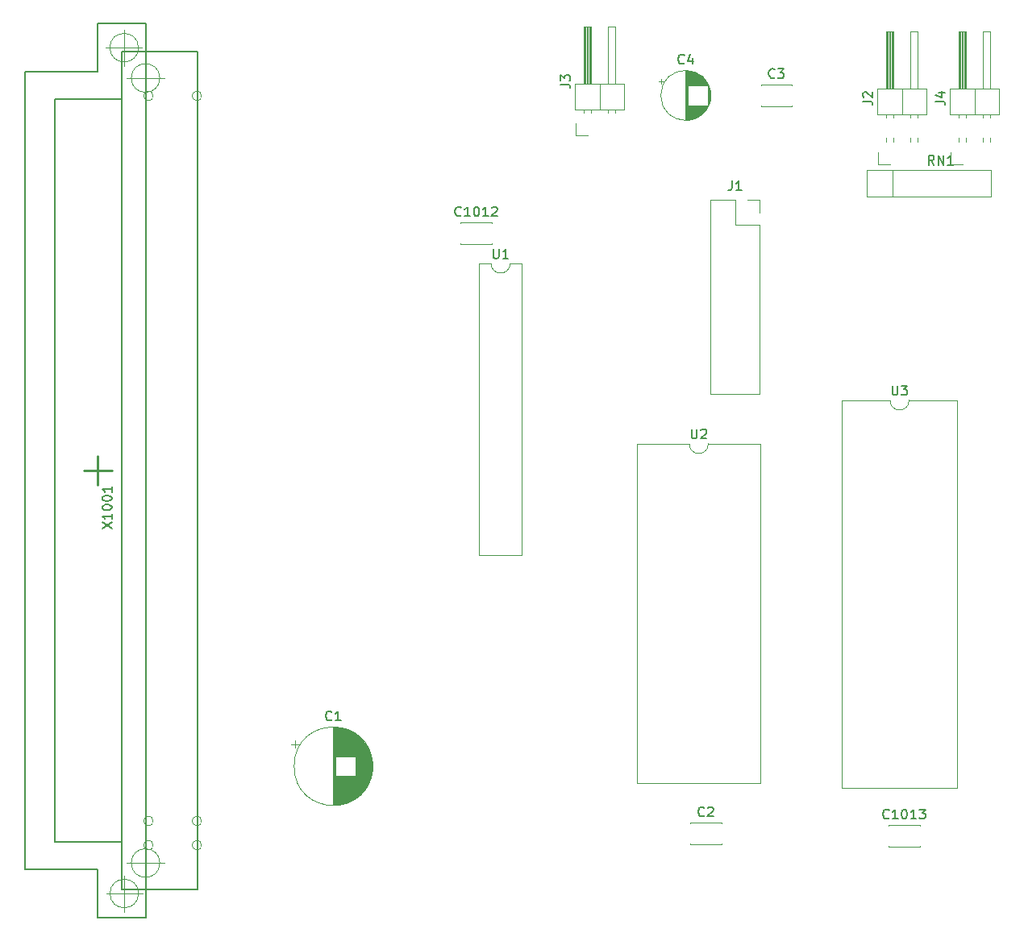
<source format=gbr>
%TF.GenerationSoftware,KiCad,Pcbnew,(5.1.10)-1*%
%TF.CreationDate,2025-03-03T19:14:52+01:00*%
%TF.ProjectId,CH376,43483337-362e-46b6-9963-61645f706362,rev?*%
%TF.SameCoordinates,Original*%
%TF.FileFunction,Legend,Top*%
%TF.FilePolarity,Positive*%
%FSLAX46Y46*%
G04 Gerber Fmt 4.6, Leading zero omitted, Abs format (unit mm)*
G04 Created by KiCad (PCBNEW (5.1.10)-1) date 2025-03-03 19:14:52*
%MOMM*%
%LPD*%
G01*
G04 APERTURE LIST*
%ADD10C,0.120000*%
%ADD11C,0.250000*%
%ADD12C,0.100000*%
%ADD13C,0.200000*%
%ADD14C,0.150000*%
G04 APERTURE END LIST*
D10*
%TO.C,J1*%
X123698000Y-64964000D02*
X125028000Y-64964000D01*
X125028000Y-64964000D02*
X125028000Y-66294000D01*
X122428000Y-64964000D02*
X122428000Y-67564000D01*
X122428000Y-67564000D02*
X125028000Y-67564000D01*
X125028000Y-67564000D02*
X125028000Y-85404000D01*
X119828000Y-85404000D02*
X125028000Y-85404000D01*
X119828000Y-64964000D02*
X119828000Y-85404000D01*
X119828000Y-64964000D02*
X122428000Y-64964000D01*
%TO.C,RN1*%
X136228000Y-61846000D02*
X136228000Y-64646000D01*
X136228000Y-64646000D02*
X149268000Y-64646000D01*
X149268000Y-64646000D02*
X149268000Y-61846000D01*
X149268000Y-61846000D02*
X136228000Y-61846000D01*
X138938000Y-61846000D02*
X138938000Y-64646000D01*
%TO.C,U2*%
X117618000Y-90618000D02*
X112158000Y-90618000D01*
X112158000Y-90618000D02*
X112158000Y-126298000D01*
X112158000Y-126298000D02*
X125078000Y-126298000D01*
X125078000Y-126298000D02*
X125078000Y-90618000D01*
X125078000Y-90618000D02*
X119618000Y-90618000D01*
X119618000Y-90618000D02*
G75*
G02*
X117618000Y-90618000I-1000000J0D01*
G01*
%TO.C,J4*%
X144974000Y-55964000D02*
X150174000Y-55964000D01*
X150174000Y-55964000D02*
X150174000Y-53304000D01*
X150174000Y-53304000D02*
X144974000Y-53304000D01*
X144974000Y-53304000D02*
X144974000Y-55964000D01*
X145924000Y-53304000D02*
X145924000Y-47304000D01*
X145924000Y-47304000D02*
X146684000Y-47304000D01*
X146684000Y-47304000D02*
X146684000Y-53304000D01*
X145984000Y-53304000D02*
X145984000Y-47304000D01*
X146104000Y-53304000D02*
X146104000Y-47304000D01*
X146224000Y-53304000D02*
X146224000Y-47304000D01*
X146344000Y-53304000D02*
X146344000Y-47304000D01*
X146464000Y-53304000D02*
X146464000Y-47304000D01*
X146584000Y-53304000D02*
X146584000Y-47304000D01*
X145924000Y-56361071D02*
X145924000Y-55964000D01*
X146684000Y-56361071D02*
X146684000Y-55964000D01*
X145924000Y-58834000D02*
X145924000Y-58446929D01*
X146684000Y-58834000D02*
X146684000Y-58446929D01*
X147574000Y-55964000D02*
X147574000Y-53304000D01*
X148464000Y-53304000D02*
X148464000Y-47304000D01*
X148464000Y-47304000D02*
X149224000Y-47304000D01*
X149224000Y-47304000D02*
X149224000Y-53304000D01*
X148464000Y-56361071D02*
X148464000Y-55964000D01*
X149224000Y-56361071D02*
X149224000Y-55964000D01*
X148464000Y-58901071D02*
X148464000Y-58446929D01*
X149224000Y-58901071D02*
X149224000Y-58446929D01*
X146304000Y-61214000D02*
X145034000Y-61214000D01*
X145034000Y-61214000D02*
X145034000Y-59944000D01*
%TO.C,J3*%
X105664000Y-58166000D02*
X105664000Y-56896000D01*
X106934000Y-58166000D02*
X105664000Y-58166000D01*
X109854000Y-55853071D02*
X109854000Y-55456000D01*
X109094000Y-55853071D02*
X109094000Y-55456000D01*
X109854000Y-46796000D02*
X109854000Y-52796000D01*
X109094000Y-46796000D02*
X109854000Y-46796000D01*
X109094000Y-52796000D02*
X109094000Y-46796000D01*
X108204000Y-55456000D02*
X108204000Y-52796000D01*
X107314000Y-55786000D02*
X107314000Y-55456000D01*
X106554000Y-55786000D02*
X106554000Y-55456000D01*
X107214000Y-52796000D02*
X107214000Y-46796000D01*
X107094000Y-52796000D02*
X107094000Y-46796000D01*
X106974000Y-52796000D02*
X106974000Y-46796000D01*
X106854000Y-52796000D02*
X106854000Y-46796000D01*
X106734000Y-52796000D02*
X106734000Y-46796000D01*
X106614000Y-52796000D02*
X106614000Y-46796000D01*
X107314000Y-46796000D02*
X107314000Y-52796000D01*
X106554000Y-46796000D02*
X107314000Y-46796000D01*
X106554000Y-52796000D02*
X106554000Y-46796000D01*
X105604000Y-52796000D02*
X105604000Y-55456000D01*
X110804000Y-52796000D02*
X105604000Y-52796000D01*
X110804000Y-55456000D02*
X110804000Y-52796000D01*
X105604000Y-55456000D02*
X110804000Y-55456000D01*
%TO.C,J2*%
X137414000Y-61214000D02*
X137414000Y-59944000D01*
X138684000Y-61214000D02*
X137414000Y-61214000D01*
X141604000Y-58901071D02*
X141604000Y-58446929D01*
X140844000Y-58901071D02*
X140844000Y-58446929D01*
X141604000Y-56361071D02*
X141604000Y-55964000D01*
X140844000Y-56361071D02*
X140844000Y-55964000D01*
X141604000Y-47304000D02*
X141604000Y-53304000D01*
X140844000Y-47304000D02*
X141604000Y-47304000D01*
X140844000Y-53304000D02*
X140844000Y-47304000D01*
X139954000Y-55964000D02*
X139954000Y-53304000D01*
X139064000Y-58834000D02*
X139064000Y-58446929D01*
X138304000Y-58834000D02*
X138304000Y-58446929D01*
X139064000Y-56361071D02*
X139064000Y-55964000D01*
X138304000Y-56361071D02*
X138304000Y-55964000D01*
X138964000Y-53304000D02*
X138964000Y-47304000D01*
X138844000Y-53304000D02*
X138844000Y-47304000D01*
X138724000Y-53304000D02*
X138724000Y-47304000D01*
X138604000Y-53304000D02*
X138604000Y-47304000D01*
X138484000Y-53304000D02*
X138484000Y-47304000D01*
X138364000Y-53304000D02*
X138364000Y-47304000D01*
X139064000Y-47304000D02*
X139064000Y-53304000D01*
X138304000Y-47304000D02*
X139064000Y-47304000D01*
X138304000Y-53304000D02*
X138304000Y-47304000D01*
X137354000Y-53304000D02*
X137354000Y-55964000D01*
X142554000Y-53304000D02*
X137354000Y-53304000D01*
X142554000Y-55964000D02*
X142554000Y-53304000D01*
X137354000Y-55964000D02*
X142554000Y-55964000D01*
%TO.C,U3*%
X145760000Y-86046000D02*
X140700000Y-86046000D01*
X145760000Y-126806000D02*
X145760000Y-86046000D01*
X133640000Y-126806000D02*
X145760000Y-126806000D01*
X133640000Y-86046000D02*
X133640000Y-126806000D01*
X138700000Y-86046000D02*
X133640000Y-86046000D01*
X140700000Y-86046000D02*
G75*
G02*
X138700000Y-86046000I-1000000J0D01*
G01*
%TO.C,C4*%
X114695225Y-52275000D02*
X114695225Y-52775000D01*
X114445225Y-52525000D02*
X114945225Y-52525000D01*
X119851000Y-53716000D02*
X119851000Y-54284000D01*
X119811000Y-53482000D02*
X119811000Y-54518000D01*
X119771000Y-53323000D02*
X119771000Y-54677000D01*
X119731000Y-53195000D02*
X119731000Y-54805000D01*
X119691000Y-53085000D02*
X119691000Y-54915000D01*
X119651000Y-52989000D02*
X119651000Y-55011000D01*
X119611000Y-52902000D02*
X119611000Y-55098000D01*
X119571000Y-52822000D02*
X119571000Y-55178000D01*
X119531000Y-55040000D02*
X119531000Y-55251000D01*
X119531000Y-52749000D02*
X119531000Y-52960000D01*
X119491000Y-55040000D02*
X119491000Y-55319000D01*
X119491000Y-52681000D02*
X119491000Y-52960000D01*
X119451000Y-55040000D02*
X119451000Y-55383000D01*
X119451000Y-52617000D02*
X119451000Y-52960000D01*
X119411000Y-55040000D02*
X119411000Y-55443000D01*
X119411000Y-52557000D02*
X119411000Y-52960000D01*
X119371000Y-55040000D02*
X119371000Y-55500000D01*
X119371000Y-52500000D02*
X119371000Y-52960000D01*
X119331000Y-55040000D02*
X119331000Y-55554000D01*
X119331000Y-52446000D02*
X119331000Y-52960000D01*
X119291000Y-55040000D02*
X119291000Y-55605000D01*
X119291000Y-52395000D02*
X119291000Y-52960000D01*
X119251000Y-55040000D02*
X119251000Y-55653000D01*
X119251000Y-52347000D02*
X119251000Y-52960000D01*
X119211000Y-55040000D02*
X119211000Y-55699000D01*
X119211000Y-52301000D02*
X119211000Y-52960000D01*
X119171000Y-55040000D02*
X119171000Y-55743000D01*
X119171000Y-52257000D02*
X119171000Y-52960000D01*
X119131000Y-55040000D02*
X119131000Y-55785000D01*
X119131000Y-52215000D02*
X119131000Y-52960000D01*
X119091000Y-55040000D02*
X119091000Y-55826000D01*
X119091000Y-52174000D02*
X119091000Y-52960000D01*
X119051000Y-55040000D02*
X119051000Y-55864000D01*
X119051000Y-52136000D02*
X119051000Y-52960000D01*
X119011000Y-55040000D02*
X119011000Y-55901000D01*
X119011000Y-52099000D02*
X119011000Y-52960000D01*
X118971000Y-55040000D02*
X118971000Y-55937000D01*
X118971000Y-52063000D02*
X118971000Y-52960000D01*
X118931000Y-55040000D02*
X118931000Y-55971000D01*
X118931000Y-52029000D02*
X118931000Y-52960000D01*
X118891000Y-55040000D02*
X118891000Y-56004000D01*
X118891000Y-51996000D02*
X118891000Y-52960000D01*
X118851000Y-55040000D02*
X118851000Y-56035000D01*
X118851000Y-51965000D02*
X118851000Y-52960000D01*
X118811000Y-55040000D02*
X118811000Y-56065000D01*
X118811000Y-51935000D02*
X118811000Y-52960000D01*
X118771000Y-55040000D02*
X118771000Y-56095000D01*
X118771000Y-51905000D02*
X118771000Y-52960000D01*
X118731000Y-55040000D02*
X118731000Y-56122000D01*
X118731000Y-51878000D02*
X118731000Y-52960000D01*
X118691000Y-55040000D02*
X118691000Y-56149000D01*
X118691000Y-51851000D02*
X118691000Y-52960000D01*
X118651000Y-55040000D02*
X118651000Y-56175000D01*
X118651000Y-51825000D02*
X118651000Y-52960000D01*
X118611000Y-55040000D02*
X118611000Y-56200000D01*
X118611000Y-51800000D02*
X118611000Y-52960000D01*
X118571000Y-55040000D02*
X118571000Y-56224000D01*
X118571000Y-51776000D02*
X118571000Y-52960000D01*
X118531000Y-55040000D02*
X118531000Y-56247000D01*
X118531000Y-51753000D02*
X118531000Y-52960000D01*
X118491000Y-55040000D02*
X118491000Y-56268000D01*
X118491000Y-51732000D02*
X118491000Y-52960000D01*
X118451000Y-55040000D02*
X118451000Y-56290000D01*
X118451000Y-51710000D02*
X118451000Y-52960000D01*
X118411000Y-55040000D02*
X118411000Y-56310000D01*
X118411000Y-51690000D02*
X118411000Y-52960000D01*
X118371000Y-55040000D02*
X118371000Y-56329000D01*
X118371000Y-51671000D02*
X118371000Y-52960000D01*
X118331000Y-55040000D02*
X118331000Y-56348000D01*
X118331000Y-51652000D02*
X118331000Y-52960000D01*
X118291000Y-55040000D02*
X118291000Y-56365000D01*
X118291000Y-51635000D02*
X118291000Y-52960000D01*
X118251000Y-55040000D02*
X118251000Y-56382000D01*
X118251000Y-51618000D02*
X118251000Y-52960000D01*
X118211000Y-55040000D02*
X118211000Y-56398000D01*
X118211000Y-51602000D02*
X118211000Y-52960000D01*
X118171000Y-55040000D02*
X118171000Y-56414000D01*
X118171000Y-51586000D02*
X118171000Y-52960000D01*
X118131000Y-55040000D02*
X118131000Y-56428000D01*
X118131000Y-51572000D02*
X118131000Y-52960000D01*
X118091000Y-55040000D02*
X118091000Y-56442000D01*
X118091000Y-51558000D02*
X118091000Y-52960000D01*
X118051000Y-55040000D02*
X118051000Y-56455000D01*
X118051000Y-51545000D02*
X118051000Y-52960000D01*
X118011000Y-55040000D02*
X118011000Y-56468000D01*
X118011000Y-51532000D02*
X118011000Y-52960000D01*
X117971000Y-55040000D02*
X117971000Y-56480000D01*
X117971000Y-51520000D02*
X117971000Y-52960000D01*
X117930000Y-55040000D02*
X117930000Y-56491000D01*
X117930000Y-51509000D02*
X117930000Y-52960000D01*
X117890000Y-55040000D02*
X117890000Y-56501000D01*
X117890000Y-51499000D02*
X117890000Y-52960000D01*
X117850000Y-55040000D02*
X117850000Y-56511000D01*
X117850000Y-51489000D02*
X117850000Y-52960000D01*
X117810000Y-55040000D02*
X117810000Y-56520000D01*
X117810000Y-51480000D02*
X117810000Y-52960000D01*
X117770000Y-55040000D02*
X117770000Y-56528000D01*
X117770000Y-51472000D02*
X117770000Y-52960000D01*
X117730000Y-55040000D02*
X117730000Y-56536000D01*
X117730000Y-51464000D02*
X117730000Y-52960000D01*
X117690000Y-55040000D02*
X117690000Y-56543000D01*
X117690000Y-51457000D02*
X117690000Y-52960000D01*
X117650000Y-55040000D02*
X117650000Y-56550000D01*
X117650000Y-51450000D02*
X117650000Y-52960000D01*
X117610000Y-55040000D02*
X117610000Y-56556000D01*
X117610000Y-51444000D02*
X117610000Y-52960000D01*
X117570000Y-55040000D02*
X117570000Y-56561000D01*
X117570000Y-51439000D02*
X117570000Y-52960000D01*
X117530000Y-55040000D02*
X117530000Y-56565000D01*
X117530000Y-51435000D02*
X117530000Y-52960000D01*
X117490000Y-55040000D02*
X117490000Y-56569000D01*
X117490000Y-51431000D02*
X117490000Y-52960000D01*
X117450000Y-51427000D02*
X117450000Y-56573000D01*
X117410000Y-51424000D02*
X117410000Y-56576000D01*
X117370000Y-51422000D02*
X117370000Y-56578000D01*
X117330000Y-51421000D02*
X117330000Y-56579000D01*
X117290000Y-51420000D02*
X117290000Y-56580000D01*
X117250000Y-51420000D02*
X117250000Y-56580000D01*
X119870000Y-54000000D02*
G75*
G03*
X119870000Y-54000000I-2620000J0D01*
G01*
%TO.C,C3*%
X128370000Y-55055000D02*
X128370000Y-55120000D01*
X128370000Y-52880000D02*
X128370000Y-52945000D01*
X125130000Y-55055000D02*
X125130000Y-55120000D01*
X125130000Y-52880000D02*
X125130000Y-52945000D01*
X125130000Y-55120000D02*
X128370000Y-55120000D01*
X125130000Y-52880000D02*
X128370000Y-52880000D01*
%TO.C,C2*%
X120980000Y-132627000D02*
X120980000Y-132692000D01*
X120980000Y-130452000D02*
X120980000Y-130517000D01*
X117740000Y-132627000D02*
X117740000Y-132692000D01*
X117740000Y-130452000D02*
X117740000Y-130517000D01*
X117740000Y-132692000D02*
X120980000Y-132692000D01*
X117740000Y-130452000D02*
X120980000Y-130452000D01*
%TO.C,C1*%
X76240302Y-121785000D02*
X76240302Y-122585000D01*
X75840302Y-122185000D02*
X76640302Y-122185000D01*
X84331000Y-123967000D02*
X84331000Y-125033000D01*
X84291000Y-123732000D02*
X84291000Y-125268000D01*
X84251000Y-123552000D02*
X84251000Y-125448000D01*
X84211000Y-123402000D02*
X84211000Y-125598000D01*
X84171000Y-123271000D02*
X84171000Y-125729000D01*
X84131000Y-123154000D02*
X84131000Y-125846000D01*
X84091000Y-123047000D02*
X84091000Y-125953000D01*
X84051000Y-122948000D02*
X84051000Y-126052000D01*
X84011000Y-122855000D02*
X84011000Y-126145000D01*
X83971000Y-122769000D02*
X83971000Y-126231000D01*
X83931000Y-122687000D02*
X83931000Y-126313000D01*
X83891000Y-122610000D02*
X83891000Y-126390000D01*
X83851000Y-122536000D02*
X83851000Y-126464000D01*
X83811000Y-122466000D02*
X83811000Y-126534000D01*
X83771000Y-122398000D02*
X83771000Y-126602000D01*
X83731000Y-122334000D02*
X83731000Y-126666000D01*
X83691000Y-122272000D02*
X83691000Y-126728000D01*
X83651000Y-122213000D02*
X83651000Y-126787000D01*
X83611000Y-122155000D02*
X83611000Y-126845000D01*
X83571000Y-122100000D02*
X83571000Y-126900000D01*
X83531000Y-122046000D02*
X83531000Y-126954000D01*
X83491000Y-121995000D02*
X83491000Y-127005000D01*
X83451000Y-121944000D02*
X83451000Y-127056000D01*
X83411000Y-121896000D02*
X83411000Y-127104000D01*
X83371000Y-121849000D02*
X83371000Y-127151000D01*
X83331000Y-121803000D02*
X83331000Y-127197000D01*
X83291000Y-121759000D02*
X83291000Y-127241000D01*
X83251000Y-121716000D02*
X83251000Y-127284000D01*
X83211000Y-121674000D02*
X83211000Y-127326000D01*
X83171000Y-121633000D02*
X83171000Y-127367000D01*
X83131000Y-121593000D02*
X83131000Y-127407000D01*
X83091000Y-121555000D02*
X83091000Y-127445000D01*
X83051000Y-121517000D02*
X83051000Y-127483000D01*
X83011000Y-121481000D02*
X83011000Y-127519000D01*
X82971000Y-121445000D02*
X82971000Y-127555000D01*
X82931000Y-121410000D02*
X82931000Y-127590000D01*
X82891000Y-121376000D02*
X82891000Y-127624000D01*
X82851000Y-121344000D02*
X82851000Y-127656000D01*
X82811000Y-121311000D02*
X82811000Y-127689000D01*
X82771000Y-121280000D02*
X82771000Y-127720000D01*
X82731000Y-121250000D02*
X82731000Y-127750000D01*
X82691000Y-121220000D02*
X82691000Y-127780000D01*
X82651000Y-121191000D02*
X82651000Y-127809000D01*
X82611000Y-121162000D02*
X82611000Y-127838000D01*
X82571000Y-121135000D02*
X82571000Y-127865000D01*
X82531000Y-125540000D02*
X82531000Y-127892000D01*
X82531000Y-121108000D02*
X82531000Y-123460000D01*
X82491000Y-125540000D02*
X82491000Y-127918000D01*
X82491000Y-121082000D02*
X82491000Y-123460000D01*
X82451000Y-125540000D02*
X82451000Y-127944000D01*
X82451000Y-121056000D02*
X82451000Y-123460000D01*
X82411000Y-125540000D02*
X82411000Y-127969000D01*
X82411000Y-121031000D02*
X82411000Y-123460000D01*
X82371000Y-125540000D02*
X82371000Y-127993000D01*
X82371000Y-121007000D02*
X82371000Y-123460000D01*
X82331000Y-125540000D02*
X82331000Y-128017000D01*
X82331000Y-120983000D02*
X82331000Y-123460000D01*
X82291000Y-125540000D02*
X82291000Y-128040000D01*
X82291000Y-120960000D02*
X82291000Y-123460000D01*
X82251000Y-125540000D02*
X82251000Y-128062000D01*
X82251000Y-120938000D02*
X82251000Y-123460000D01*
X82211000Y-125540000D02*
X82211000Y-128084000D01*
X82211000Y-120916000D02*
X82211000Y-123460000D01*
X82171000Y-125540000D02*
X82171000Y-128106000D01*
X82171000Y-120894000D02*
X82171000Y-123460000D01*
X82131000Y-125540000D02*
X82131000Y-128127000D01*
X82131000Y-120873000D02*
X82131000Y-123460000D01*
X82091000Y-125540000D02*
X82091000Y-128147000D01*
X82091000Y-120853000D02*
X82091000Y-123460000D01*
X82051000Y-125540000D02*
X82051000Y-128166000D01*
X82051000Y-120834000D02*
X82051000Y-123460000D01*
X82011000Y-125540000D02*
X82011000Y-128186000D01*
X82011000Y-120814000D02*
X82011000Y-123460000D01*
X81971000Y-125540000D02*
X81971000Y-128204000D01*
X81971000Y-120796000D02*
X81971000Y-123460000D01*
X81931000Y-125540000D02*
X81931000Y-128222000D01*
X81931000Y-120778000D02*
X81931000Y-123460000D01*
X81891000Y-125540000D02*
X81891000Y-128240000D01*
X81891000Y-120760000D02*
X81891000Y-123460000D01*
X81851000Y-125540000D02*
X81851000Y-128257000D01*
X81851000Y-120743000D02*
X81851000Y-123460000D01*
X81811000Y-125540000D02*
X81811000Y-128274000D01*
X81811000Y-120726000D02*
X81811000Y-123460000D01*
X81771000Y-125540000D02*
X81771000Y-128290000D01*
X81771000Y-120710000D02*
X81771000Y-123460000D01*
X81731000Y-125540000D02*
X81731000Y-128305000D01*
X81731000Y-120695000D02*
X81731000Y-123460000D01*
X81691000Y-125540000D02*
X81691000Y-128321000D01*
X81691000Y-120679000D02*
X81691000Y-123460000D01*
X81651000Y-125540000D02*
X81651000Y-128335000D01*
X81651000Y-120665000D02*
X81651000Y-123460000D01*
X81611000Y-125540000D02*
X81611000Y-128350000D01*
X81611000Y-120650000D02*
X81611000Y-123460000D01*
X81571000Y-125540000D02*
X81571000Y-128363000D01*
X81571000Y-120637000D02*
X81571000Y-123460000D01*
X81531000Y-125540000D02*
X81531000Y-128377000D01*
X81531000Y-120623000D02*
X81531000Y-123460000D01*
X81491000Y-125540000D02*
X81491000Y-128389000D01*
X81491000Y-120611000D02*
X81491000Y-123460000D01*
X81451000Y-125540000D02*
X81451000Y-128402000D01*
X81451000Y-120598000D02*
X81451000Y-123460000D01*
X81411000Y-125540000D02*
X81411000Y-128414000D01*
X81411000Y-120586000D02*
X81411000Y-123460000D01*
X81371000Y-125540000D02*
X81371000Y-128425000D01*
X81371000Y-120575000D02*
X81371000Y-123460000D01*
X81331000Y-125540000D02*
X81331000Y-128436000D01*
X81331000Y-120564000D02*
X81331000Y-123460000D01*
X81291000Y-125540000D02*
X81291000Y-128447000D01*
X81291000Y-120553000D02*
X81291000Y-123460000D01*
X81251000Y-125540000D02*
X81251000Y-128457000D01*
X81251000Y-120543000D02*
X81251000Y-123460000D01*
X81211000Y-125540000D02*
X81211000Y-128467000D01*
X81211000Y-120533000D02*
X81211000Y-123460000D01*
X81171000Y-125540000D02*
X81171000Y-128476000D01*
X81171000Y-120524000D02*
X81171000Y-123460000D01*
X81131000Y-125540000D02*
X81131000Y-128485000D01*
X81131000Y-120515000D02*
X81131000Y-123460000D01*
X81091000Y-125540000D02*
X81091000Y-128494000D01*
X81091000Y-120506000D02*
X81091000Y-123460000D01*
X81051000Y-125540000D02*
X81051000Y-128502000D01*
X81051000Y-120498000D02*
X81051000Y-123460000D01*
X81011000Y-125540000D02*
X81011000Y-128510000D01*
X81011000Y-120490000D02*
X81011000Y-123460000D01*
X80971000Y-125540000D02*
X80971000Y-128517000D01*
X80971000Y-120483000D02*
X80971000Y-123460000D01*
X80930000Y-125540000D02*
X80930000Y-128524000D01*
X80930000Y-120476000D02*
X80930000Y-123460000D01*
X80890000Y-125540000D02*
X80890000Y-128530000D01*
X80890000Y-120470000D02*
X80890000Y-123460000D01*
X80850000Y-125540000D02*
X80850000Y-128537000D01*
X80850000Y-120463000D02*
X80850000Y-123460000D01*
X80810000Y-125540000D02*
X80810000Y-128542000D01*
X80810000Y-120458000D02*
X80810000Y-123460000D01*
X80770000Y-125540000D02*
X80770000Y-128548000D01*
X80770000Y-120452000D02*
X80770000Y-123460000D01*
X80730000Y-125540000D02*
X80730000Y-128552000D01*
X80730000Y-120448000D02*
X80730000Y-123460000D01*
X80690000Y-125540000D02*
X80690000Y-128557000D01*
X80690000Y-120443000D02*
X80690000Y-123460000D01*
X80650000Y-125540000D02*
X80650000Y-128561000D01*
X80650000Y-120439000D02*
X80650000Y-123460000D01*
X80610000Y-125540000D02*
X80610000Y-128565000D01*
X80610000Y-120435000D02*
X80610000Y-123460000D01*
X80570000Y-125540000D02*
X80570000Y-128568000D01*
X80570000Y-120432000D02*
X80570000Y-123460000D01*
X80530000Y-125540000D02*
X80530000Y-128571000D01*
X80530000Y-120429000D02*
X80530000Y-123460000D01*
X80490000Y-125540000D02*
X80490000Y-128574000D01*
X80490000Y-120426000D02*
X80490000Y-123460000D01*
X80450000Y-120424000D02*
X80450000Y-128576000D01*
X80410000Y-120423000D02*
X80410000Y-128577000D01*
X80370000Y-120421000D02*
X80370000Y-128579000D01*
X80330000Y-120420000D02*
X80330000Y-128580000D01*
X80290000Y-120420000D02*
X80290000Y-128580000D01*
X80250000Y-120420000D02*
X80250000Y-128580000D01*
X84370000Y-124500000D02*
G75*
G03*
X84370000Y-124500000I-4120000J0D01*
G01*
D11*
%TO.C,X1001*%
X55525000Y-91920000D02*
X55525000Y-94920000D01*
X57025000Y-93420000D02*
X54025000Y-93420000D01*
D12*
X60525000Y-132670000D02*
X60525000Y-136670000D01*
X62525000Y-134670000D02*
X58525000Y-134670000D01*
X62025000Y-134670000D02*
G75*
G03*
X62025000Y-134670000I-1500000J0D01*
G01*
X60525000Y-50170000D02*
X60525000Y-54170000D01*
X62525000Y-52170000D02*
X58525000Y-52170000D01*
X62025000Y-52170000D02*
G75*
G03*
X62025000Y-52170000I-1500000J0D01*
G01*
D13*
X51025000Y-54420000D02*
X58025000Y-54420000D01*
X51025000Y-132420000D02*
X51025000Y-54420000D01*
X58025000Y-132420000D02*
X51025000Y-132420000D01*
X66025000Y-137420000D02*
X58025000Y-137420000D01*
X66025000Y-49420000D02*
X66025000Y-137420000D01*
X58025000Y-49420000D02*
X66025000Y-49420000D01*
X58025000Y-49420000D02*
X58025000Y-137420000D01*
D12*
X66413600Y-132790000D02*
G75*
G03*
X66413600Y-132790000I-500000J0D01*
G01*
X66413600Y-130250000D02*
G75*
G03*
X66413600Y-130250000I-500000J0D01*
G01*
X66413600Y-54050000D02*
G75*
G03*
X66413600Y-54050000I-500000J0D01*
G01*
X61333600Y-132790000D02*
G75*
G03*
X61333600Y-132790000I-500000J0D01*
G01*
X61333600Y-130250000D02*
G75*
G03*
X61333600Y-130250000I-500000J0D01*
G01*
X61333600Y-54050000D02*
G75*
G03*
X61333600Y-54050000I-500000J0D01*
G01*
X59793600Y-137870000D02*
G75*
G03*
X59793600Y-137870000I-1500000J0D01*
G01*
X60198600Y-137870000D02*
X56388600Y-137870000D01*
X58293600Y-135965000D02*
X58293600Y-139775000D01*
X60185900Y-48982700D02*
X56375900Y-48982700D01*
X58280900Y-47077700D02*
X58280900Y-50887700D01*
X59780900Y-48982700D02*
G75*
G03*
X59780900Y-48982700I-1500000J0D01*
G01*
D13*
X60605000Y-46430000D02*
X55525000Y-46430000D01*
X55525000Y-51510000D02*
X47905000Y-51510000D01*
X55525000Y-46430000D02*
X55525000Y-51510000D01*
X55525000Y-140410000D02*
X60605000Y-140410000D01*
X55525000Y-135330000D02*
X55525000Y-140410000D01*
X47905000Y-135330000D02*
X55525000Y-135330000D01*
X47905000Y-51510000D02*
X47905000Y-135330000D01*
X60605000Y-140410000D02*
X60605000Y-46430000D01*
D10*
%TO.C,C1012*%
X93630000Y-67380000D02*
X96870000Y-67380000D01*
X93630000Y-69620000D02*
X96870000Y-69620000D01*
X93630000Y-67380000D02*
X93630000Y-67445000D01*
X93630000Y-69555000D02*
X93630000Y-69620000D01*
X96870000Y-67380000D02*
X96870000Y-67445000D01*
X96870000Y-69555000D02*
X96870000Y-69620000D01*
%TO.C,C1013*%
X141808000Y-132881000D02*
X141808000Y-132946000D01*
X141808000Y-130706000D02*
X141808000Y-130771000D01*
X138568000Y-132881000D02*
X138568000Y-132946000D01*
X138568000Y-130706000D02*
X138568000Y-130771000D01*
X138568000Y-132946000D02*
X141808000Y-132946000D01*
X138568000Y-130706000D02*
X141808000Y-130706000D01*
%TO.C,U1*%
X96810000Y-71670000D02*
X95560000Y-71670000D01*
X95560000Y-71670000D02*
X95560000Y-102270000D01*
X95560000Y-102270000D02*
X100060000Y-102270000D01*
X100060000Y-102270000D02*
X100060000Y-71670000D01*
X100060000Y-71670000D02*
X98810000Y-71670000D01*
X98810000Y-71670000D02*
G75*
G02*
X96810000Y-71670000I-1000000J0D01*
G01*
%TO.C,J1*%
D14*
X122094666Y-62976380D02*
X122094666Y-63690666D01*
X122047047Y-63833523D01*
X121951809Y-63928761D01*
X121808952Y-63976380D01*
X121713714Y-63976380D01*
X123094666Y-63976380D02*
X122523238Y-63976380D01*
X122808952Y-63976380D02*
X122808952Y-62976380D01*
X122713714Y-63119238D01*
X122618476Y-63214476D01*
X122523238Y-63262095D01*
%TO.C,RN1*%
X143327523Y-61298380D02*
X142994190Y-60822190D01*
X142756095Y-61298380D02*
X142756095Y-60298380D01*
X143137047Y-60298380D01*
X143232285Y-60346000D01*
X143279904Y-60393619D01*
X143327523Y-60488857D01*
X143327523Y-60631714D01*
X143279904Y-60726952D01*
X143232285Y-60774571D01*
X143137047Y-60822190D01*
X142756095Y-60822190D01*
X143756095Y-61298380D02*
X143756095Y-60298380D01*
X144327523Y-61298380D01*
X144327523Y-60298380D01*
X145327523Y-61298380D02*
X144756095Y-61298380D01*
X145041809Y-61298380D02*
X145041809Y-60298380D01*
X144946571Y-60441238D01*
X144851333Y-60536476D01*
X144756095Y-60584095D01*
%TO.C,U2*%
X117856095Y-89070380D02*
X117856095Y-89879904D01*
X117903714Y-89975142D01*
X117951333Y-90022761D01*
X118046571Y-90070380D01*
X118237047Y-90070380D01*
X118332285Y-90022761D01*
X118379904Y-89975142D01*
X118427523Y-89879904D01*
X118427523Y-89070380D01*
X118856095Y-89165619D02*
X118903714Y-89118000D01*
X118998952Y-89070380D01*
X119237047Y-89070380D01*
X119332285Y-89118000D01*
X119379904Y-89165619D01*
X119427523Y-89260857D01*
X119427523Y-89356095D01*
X119379904Y-89498952D01*
X118808476Y-90070380D01*
X119427523Y-90070380D01*
%TO.C,J4*%
X143486380Y-54622333D02*
X144200666Y-54622333D01*
X144343523Y-54669952D01*
X144438761Y-54765190D01*
X144486380Y-54908047D01*
X144486380Y-55003285D01*
X143819714Y-53717571D02*
X144486380Y-53717571D01*
X143438761Y-53955666D02*
X144153047Y-54193761D01*
X144153047Y-53574714D01*
%TO.C,J3*%
X104116380Y-52844333D02*
X104830666Y-52844333D01*
X104973523Y-52891952D01*
X105068761Y-52987190D01*
X105116380Y-53130047D01*
X105116380Y-53225285D01*
X104116380Y-52463380D02*
X104116380Y-51844333D01*
X104497333Y-52177666D01*
X104497333Y-52034809D01*
X104544952Y-51939571D01*
X104592571Y-51891952D01*
X104687809Y-51844333D01*
X104925904Y-51844333D01*
X105021142Y-51891952D01*
X105068761Y-51939571D01*
X105116380Y-52034809D01*
X105116380Y-52320523D01*
X105068761Y-52415761D01*
X105021142Y-52463380D01*
%TO.C,J2*%
X135866380Y-54622333D02*
X136580666Y-54622333D01*
X136723523Y-54669952D01*
X136818761Y-54765190D01*
X136866380Y-54908047D01*
X136866380Y-55003285D01*
X135961619Y-54193761D02*
X135914000Y-54146142D01*
X135866380Y-54050904D01*
X135866380Y-53812809D01*
X135914000Y-53717571D01*
X135961619Y-53669952D01*
X136056857Y-53622333D01*
X136152095Y-53622333D01*
X136294952Y-53669952D01*
X136866380Y-54241380D01*
X136866380Y-53622333D01*
%TO.C,U3*%
X138938095Y-84498380D02*
X138938095Y-85307904D01*
X138985714Y-85403142D01*
X139033333Y-85450761D01*
X139128571Y-85498380D01*
X139319047Y-85498380D01*
X139414285Y-85450761D01*
X139461904Y-85403142D01*
X139509523Y-85307904D01*
X139509523Y-84498380D01*
X139890476Y-84498380D02*
X140509523Y-84498380D01*
X140176190Y-84879333D01*
X140319047Y-84879333D01*
X140414285Y-84926952D01*
X140461904Y-84974571D01*
X140509523Y-85069809D01*
X140509523Y-85307904D01*
X140461904Y-85403142D01*
X140414285Y-85450761D01*
X140319047Y-85498380D01*
X140033333Y-85498380D01*
X139938095Y-85450761D01*
X139890476Y-85403142D01*
%TO.C,C4*%
X117083333Y-50607142D02*
X117035714Y-50654761D01*
X116892857Y-50702380D01*
X116797619Y-50702380D01*
X116654761Y-50654761D01*
X116559523Y-50559523D01*
X116511904Y-50464285D01*
X116464285Y-50273809D01*
X116464285Y-50130952D01*
X116511904Y-49940476D01*
X116559523Y-49845238D01*
X116654761Y-49750000D01*
X116797619Y-49702380D01*
X116892857Y-49702380D01*
X117035714Y-49750000D01*
X117083333Y-49797619D01*
X117940476Y-50035714D02*
X117940476Y-50702380D01*
X117702380Y-49654761D02*
X117464285Y-50369047D01*
X118083333Y-50369047D01*
%TO.C,C3*%
X126583333Y-52107142D02*
X126535714Y-52154761D01*
X126392857Y-52202380D01*
X126297619Y-52202380D01*
X126154761Y-52154761D01*
X126059523Y-52059523D01*
X126011904Y-51964285D01*
X125964285Y-51773809D01*
X125964285Y-51630952D01*
X126011904Y-51440476D01*
X126059523Y-51345238D01*
X126154761Y-51250000D01*
X126297619Y-51202380D01*
X126392857Y-51202380D01*
X126535714Y-51250000D01*
X126583333Y-51297619D01*
X126916666Y-51202380D02*
X127535714Y-51202380D01*
X127202380Y-51583333D01*
X127345238Y-51583333D01*
X127440476Y-51630952D01*
X127488095Y-51678571D01*
X127535714Y-51773809D01*
X127535714Y-52011904D01*
X127488095Y-52107142D01*
X127440476Y-52154761D01*
X127345238Y-52202380D01*
X127059523Y-52202380D01*
X126964285Y-52154761D01*
X126916666Y-52107142D01*
%TO.C,C2*%
X119193333Y-129679142D02*
X119145714Y-129726761D01*
X119002857Y-129774380D01*
X118907619Y-129774380D01*
X118764761Y-129726761D01*
X118669523Y-129631523D01*
X118621904Y-129536285D01*
X118574285Y-129345809D01*
X118574285Y-129202952D01*
X118621904Y-129012476D01*
X118669523Y-128917238D01*
X118764761Y-128822000D01*
X118907619Y-128774380D01*
X119002857Y-128774380D01*
X119145714Y-128822000D01*
X119193333Y-128869619D01*
X119574285Y-128869619D02*
X119621904Y-128822000D01*
X119717142Y-128774380D01*
X119955238Y-128774380D01*
X120050476Y-128822000D01*
X120098095Y-128869619D01*
X120145714Y-128964857D01*
X120145714Y-129060095D01*
X120098095Y-129202952D01*
X119526666Y-129774380D01*
X120145714Y-129774380D01*
%TO.C,C1*%
X80083333Y-119607142D02*
X80035714Y-119654761D01*
X79892857Y-119702380D01*
X79797619Y-119702380D01*
X79654761Y-119654761D01*
X79559523Y-119559523D01*
X79511904Y-119464285D01*
X79464285Y-119273809D01*
X79464285Y-119130952D01*
X79511904Y-118940476D01*
X79559523Y-118845238D01*
X79654761Y-118750000D01*
X79797619Y-118702380D01*
X79892857Y-118702380D01*
X80035714Y-118750000D01*
X80083333Y-118797619D01*
X81035714Y-119702380D02*
X80464285Y-119702380D01*
X80750000Y-119702380D02*
X80750000Y-118702380D01*
X80654761Y-118845238D01*
X80559523Y-118940476D01*
X80464285Y-118988095D01*
%TO.C,X1001*%
X55977380Y-99536547D02*
X56977380Y-98869880D01*
X55977380Y-98869880D02*
X56977380Y-99536547D01*
X56977380Y-97965119D02*
X56977380Y-98536547D01*
X56977380Y-98250833D02*
X55977380Y-98250833D01*
X56120238Y-98346071D01*
X56215476Y-98441309D01*
X56263095Y-98536547D01*
X55977380Y-97346071D02*
X55977380Y-97250833D01*
X56025000Y-97155595D01*
X56072619Y-97107976D01*
X56167857Y-97060357D01*
X56358333Y-97012738D01*
X56596428Y-97012738D01*
X56786904Y-97060357D01*
X56882142Y-97107976D01*
X56929761Y-97155595D01*
X56977380Y-97250833D01*
X56977380Y-97346071D01*
X56929761Y-97441309D01*
X56882142Y-97488928D01*
X56786904Y-97536547D01*
X56596428Y-97584166D01*
X56358333Y-97584166D01*
X56167857Y-97536547D01*
X56072619Y-97488928D01*
X56025000Y-97441309D01*
X55977380Y-97346071D01*
X55977380Y-96393690D02*
X55977380Y-96298452D01*
X56025000Y-96203214D01*
X56072619Y-96155595D01*
X56167857Y-96107976D01*
X56358333Y-96060357D01*
X56596428Y-96060357D01*
X56786904Y-96107976D01*
X56882142Y-96155595D01*
X56929761Y-96203214D01*
X56977380Y-96298452D01*
X56977380Y-96393690D01*
X56929761Y-96488928D01*
X56882142Y-96536547D01*
X56786904Y-96584166D01*
X56596428Y-96631785D01*
X56358333Y-96631785D01*
X56167857Y-96584166D01*
X56072619Y-96536547D01*
X56025000Y-96488928D01*
X55977380Y-96393690D01*
X56977380Y-95107976D02*
X56977380Y-95679404D01*
X56977380Y-95393690D02*
X55977380Y-95393690D01*
X56120238Y-95488928D01*
X56215476Y-95584166D01*
X56263095Y-95679404D01*
%TO.C,C1012*%
X93654761Y-66607142D02*
X93607142Y-66654761D01*
X93464285Y-66702380D01*
X93369047Y-66702380D01*
X93226190Y-66654761D01*
X93130952Y-66559523D01*
X93083333Y-66464285D01*
X93035714Y-66273809D01*
X93035714Y-66130952D01*
X93083333Y-65940476D01*
X93130952Y-65845238D01*
X93226190Y-65750000D01*
X93369047Y-65702380D01*
X93464285Y-65702380D01*
X93607142Y-65750000D01*
X93654761Y-65797619D01*
X94607142Y-66702380D02*
X94035714Y-66702380D01*
X94321428Y-66702380D02*
X94321428Y-65702380D01*
X94226190Y-65845238D01*
X94130952Y-65940476D01*
X94035714Y-65988095D01*
X95226190Y-65702380D02*
X95321428Y-65702380D01*
X95416666Y-65750000D01*
X95464285Y-65797619D01*
X95511904Y-65892857D01*
X95559523Y-66083333D01*
X95559523Y-66321428D01*
X95511904Y-66511904D01*
X95464285Y-66607142D01*
X95416666Y-66654761D01*
X95321428Y-66702380D01*
X95226190Y-66702380D01*
X95130952Y-66654761D01*
X95083333Y-66607142D01*
X95035714Y-66511904D01*
X94988095Y-66321428D01*
X94988095Y-66083333D01*
X95035714Y-65892857D01*
X95083333Y-65797619D01*
X95130952Y-65750000D01*
X95226190Y-65702380D01*
X96511904Y-66702380D02*
X95940476Y-66702380D01*
X96226190Y-66702380D02*
X96226190Y-65702380D01*
X96130952Y-65845238D01*
X96035714Y-65940476D01*
X95940476Y-65988095D01*
X96892857Y-65797619D02*
X96940476Y-65750000D01*
X97035714Y-65702380D01*
X97273809Y-65702380D01*
X97369047Y-65750000D01*
X97416666Y-65797619D01*
X97464285Y-65892857D01*
X97464285Y-65988095D01*
X97416666Y-66130952D01*
X96845238Y-66702380D01*
X97464285Y-66702380D01*
%TO.C,C1013*%
X138592761Y-129933142D02*
X138545142Y-129980761D01*
X138402285Y-130028380D01*
X138307047Y-130028380D01*
X138164190Y-129980761D01*
X138068952Y-129885523D01*
X138021333Y-129790285D01*
X137973714Y-129599809D01*
X137973714Y-129456952D01*
X138021333Y-129266476D01*
X138068952Y-129171238D01*
X138164190Y-129076000D01*
X138307047Y-129028380D01*
X138402285Y-129028380D01*
X138545142Y-129076000D01*
X138592761Y-129123619D01*
X139545142Y-130028380D02*
X138973714Y-130028380D01*
X139259428Y-130028380D02*
X139259428Y-129028380D01*
X139164190Y-129171238D01*
X139068952Y-129266476D01*
X138973714Y-129314095D01*
X140164190Y-129028380D02*
X140259428Y-129028380D01*
X140354666Y-129076000D01*
X140402285Y-129123619D01*
X140449904Y-129218857D01*
X140497523Y-129409333D01*
X140497523Y-129647428D01*
X140449904Y-129837904D01*
X140402285Y-129933142D01*
X140354666Y-129980761D01*
X140259428Y-130028380D01*
X140164190Y-130028380D01*
X140068952Y-129980761D01*
X140021333Y-129933142D01*
X139973714Y-129837904D01*
X139926095Y-129647428D01*
X139926095Y-129409333D01*
X139973714Y-129218857D01*
X140021333Y-129123619D01*
X140068952Y-129076000D01*
X140164190Y-129028380D01*
X141449904Y-130028380D02*
X140878476Y-130028380D01*
X141164190Y-130028380D02*
X141164190Y-129028380D01*
X141068952Y-129171238D01*
X140973714Y-129266476D01*
X140878476Y-129314095D01*
X141783238Y-129028380D02*
X142402285Y-129028380D01*
X142068952Y-129409333D01*
X142211809Y-129409333D01*
X142307047Y-129456952D01*
X142354666Y-129504571D01*
X142402285Y-129599809D01*
X142402285Y-129837904D01*
X142354666Y-129933142D01*
X142307047Y-129980761D01*
X142211809Y-130028380D01*
X141926095Y-130028380D01*
X141830857Y-129980761D01*
X141783238Y-129933142D01*
%TO.C,U1*%
X97048095Y-70122380D02*
X97048095Y-70931904D01*
X97095714Y-71027142D01*
X97143333Y-71074761D01*
X97238571Y-71122380D01*
X97429047Y-71122380D01*
X97524285Y-71074761D01*
X97571904Y-71027142D01*
X97619523Y-70931904D01*
X97619523Y-70122380D01*
X98619523Y-71122380D02*
X98048095Y-71122380D01*
X98333809Y-71122380D02*
X98333809Y-70122380D01*
X98238571Y-70265238D01*
X98143333Y-70360476D01*
X98048095Y-70408095D01*
%TD*%
M02*

</source>
